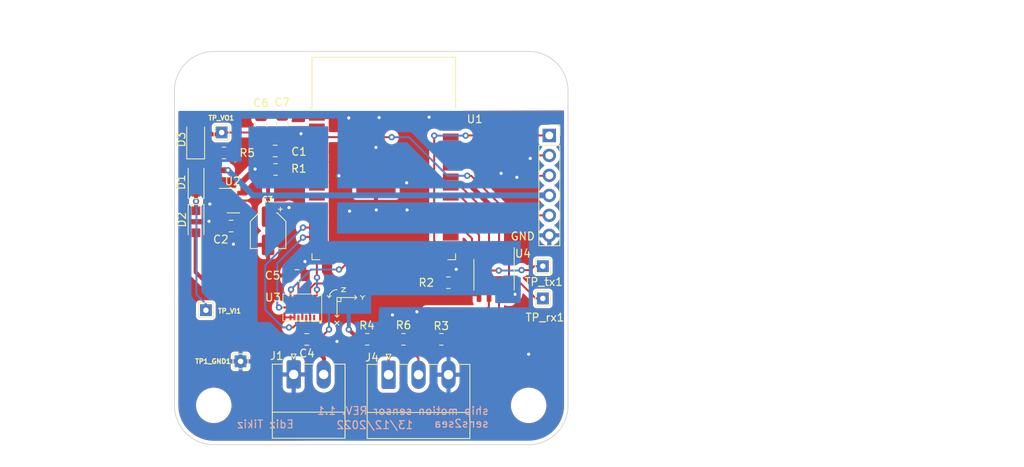
<source format=kicad_pcb>
(kicad_pcb (version 20211014) (generator pcbnew)
  (title_block (date "2022-12-10"))
  (layers (0 "F.Cu" signal) (31 "B.Cu" signal) (34 "B.Paste" user) (35 "F.Paste" user) (36 "B.SilkS" user "B.Silkscreen") (37 "F.SilkS" user "F.Silkscreen") (38 "B.Mask" user) (39 "F.Mask" user) (44 "Edge.Cuts" user))
  (net 0 "")
  (net 1 "/En_ESP")
  (net 2 "GND")
  (net 3 "Net-(C2-Pad1)")
  (net 4 "+3V3")
  (net 5 "/+5Vext")
  (net 6 "Net-(D3-Pad1)")
  (net 7 "/Boot")
  (net 8 "/Tx_ESP")
  (net 9 "/Rx_ESP")
  (net 16 "/IMU_SCK")
  (net 17 "/IMU_MOSI")
  (net 24 "/CS_GYR")
  (net 27 "/Rx_RS485")
  (net 28 "/Tx_RS485")
  (net 29 "/CS_ACC")
  (net 30 "/RE")
  (net 31 "/DE")
  (net 40 "Net-(J4-Pad1)")
  (net 41 "Net-(J4-Pad2)")
  (net 43 "/IMU_MISO")
  (net 44 "Net-(D1-Pad1)")
  (net 45 "Net-(D2-Pad2)")
  (footprint "Diode_SMD:D_SOD-123F" (layer "F.Cu") (at 102.75 66.5 90)
    (fp_text reference "D1" (at -0.127 -1.905 90) (layer "F.SilkS"))
    (fp_text value "PMEG6010CEH-QX")
    (pad "1" smd rect (at -1.4 0 90) (size 1.1 1.1) (layers "F.Cu" "F.Paste" "F.Mask") (net 44 "Net-(D1-Pad1)"))
    (pad "2" smd rect (at 1.4 0 90) (size 1.1 1.1) (layers "F.Cu" "F.Paste" "F.Mask") (net 5 "/+5Vext"))
  )
  (footprint "Capacitor_SMD:C_0805_2012Metric_Pad1.18x1.45mm_HandSolder" (layer "F.Cu") (at 112.8 62.65 180)
    (fp_text reference "C1" (at -3.024 -0.088 180) (layer "F.SilkS"))
    (fp_text value "100n")
    (pad "1" smd roundrect (at -1.0375 0 180) (size 1.175 1.45) (layers "F.Cu" "F.Paste" "F.Mask") (roundrect_rratio 0.212766) (net 1 "/En_ESP"))
    (pad "2" smd roundrect (at 1.0375 0 180) (size 1.175 1.45) (layers "F.Cu" "F.Paste" "F.Mask") (roundrect_rratio 0.212766) (net 2 "GND"))
  )
  (footprint "RF_Module:ESP32-WROOM-32" (layer "F.Cu") (at 126.6 66.6)
    (fp_text reference "U1" (at 11.55 -8 180) (layer "F.SilkS"))
    (fp_text value "ESP32-WROOM-32D")
    (pad "1" smd rect (at -8.5 -8.255) (size 2 0.9) (layers "F.Cu" "F.Paste" "F.Mask") (net 2 "GND"))
    (pad "2" smd rect (at -8.5 -6.985) (size 2 0.9) (layers "F.Cu" "F.Paste" "F.Mask") (net 4 "+3V3"))
    (pad "3" smd rect (at -8.5 -5.715) (size 2 0.9) (layers "F.Cu" "F.Paste" "F.Mask") (net 1 "/En_ESP"))
    (pad "4" smd rect (at -8.5 -4.445) (size 2 0.9) (layers "F.Cu" "F.Paste" "F.Mask"))
    (pad "5" smd rect (at -8.5 -3.175) (size 2 0.9) (layers "F.Cu" "F.Paste" "F.Mask"))
    (pad "6" smd rect (at -8.5 -1.905) (size 2 0.9) (layers "F.Cu" "F.Paste" "F.Mask"))
    (pad "7" smd rect (at -8.5 -0.635) (size 2 0.9) (layers "F.Cu" "F.Paste" "F.Mask"))
    (pad "8" smd rect (at -8.5 0.635) (size 2 0.9) (layers "F.Cu" "F.Paste" "F.Mask"))
    (pad "9" smd rect (at -8.5 1.905) (size 2 0.9) (layers "F.Cu" "F.Paste" "F.Mask"))
    (pad "10" smd rect (at -8.5 3.175) (size 2 0.9) (layers "F.Cu" "F.Paste" "F.Mask"))
    (pad "11" smd rect (at -8.5 4.445) (size 2 0.9) (layers "F.Cu" "F.Paste" "F.Mask"))
    (pad "12" smd rect (at -8.5 5.715) (size 2 0.9) (layers "F.Cu" "F.Paste" "F.Mask") (net 24 "/CS_GYR"))
    (pad "13" smd rect (at -8.5 6.985) (size 2 0.9) (layers "F.Cu" "F.Paste" "F.Mask") (net 16 "/IMU_SCK"))
    (pad "14" smd rect (at -8.5 8.255) (size 2 0.9) (layers "F.Cu" "F.Paste" "F.Mask") (net 43 "/IMU_MISO"))
    (pad "15" smd rect (at -5.715 9.255 90) (size 2 0.9) (layers "F.Cu" "F.Paste" "F.Mask") (net 2 "GND"))
    (pad "16" smd rect (at -4.445 9.255 90) (size 2 0.9) (layers "F.Cu" "F.Paste" "F.Mask") (net 17 "/IMU_MOSI"))
    (pad "17" smd rect (at -3.175 9.255 90) (size 2 0.9) (layers "F.Cu" "F.Paste" "F.Mask"))
    (pad "18" smd rect (at -1.905 9.255 90) (size 2 0.9) (layers "F.Cu" "F.Paste" "F.Mask"))
    (pad "19" smd rect (at -0.635 9.255 90) (size 2 0.9) (layers "F.Cu" "F.Paste" "F.Mask"))
    (pad "20" smd rect (at 0.635 9.255 90) (size 2 0.9) (layers "F.Cu" "F.Paste" "F.Mask"))
    (pad "21" smd rect (at 1.905 9.255 90) (size 2 0.9) (layers "F.Cu" "F.Paste" "F.Mask"))
    (pad "22" smd rect (at 3.175 9.255 90) (size 2 0.9) (layers "F.Cu" "F.Paste" "F.Mask"))
    (pad "23" smd rect (at 4.445 9.255 90) (size 2 0.9) (layers "F.Cu" "F.Paste" "F.Mask") (net 29 "/CS_ACC"))
    (pad "24" smd rect (at 5.715 9.255 90) (size 2 0.9) (layers "F.Cu" "F.Paste" "F.Mask"))
    (pad "25" smd rect (at 8.5 8.255) (size 2 0.9) (layers "F.Cu" "F.Paste" "F.Mask") (net 7 "/Boot"))
    (pad "26" smd rect (at 8.5 6.985) (size 2 0.9) (layers "F.Cu" "F.Paste" "F.Mask"))
    (pad "27" smd rect (at 8.5 5.715) (size 2 0.9) (layers "F.Cu" "F.Paste" "F.Mask") (net 27 "/Rx_RS485"))
    (pad "28" smd rect (at 8.5 4.445) (size 2 0.9) (layers "F.Cu" "F.Paste" "F.Mask") (net 28 "/Tx_RS485"))
    (pad "29" smd rect (at 8.5 3.175) (size 2 0.9) (layers "F.Cu" "F.Paste" "F.Mask"))
    (pad "30" smd rect (at 8.5 1.905) (size 2 0.9) (layers "F.Cu" "F.Paste" "F.Mask") (net 31 "/DE"))
    (pad "31" smd rect (at 8.5 0.635) (size 2 0.9) (layers "F.Cu" "F.Paste" "F.Mask") (net 30 "/RE"))
    (pad "32" smd rect (at 8.5 -0.635) (size 2 0.9) (layers "F.Cu" "F.Paste" "F.Mask"))
    (pad "33" smd rect (at 8.5 -1.905) (size 2 0.9) (layers "F.Cu" "F.Paste" "F.Mask"))
    (pad "34" smd rect (at 8.5 -3.175) (size 2 0.9) (layers "F.Cu" "F.Paste" "F.Mask") (net 9 "/Rx_ESP"))
    (pad "35" smd rect (at 8.5 -4.445) (size 2 0.9) (layers "F.Cu" "F.Paste" "F.Mask") (net 8 "/Tx_ESP"))
    (pad "36" smd rect (at 8.5 -5.715) (size 2 0.9) (layers "F.Cu" "F.Paste" "F.Mask"))
    (pad "37" smd rect (at 8.5 -6.985) (size 2 0.9) (layers "F.Cu" "F.Paste" "F.Mask"))
    (pad "38" smd rect (at 8.5 -8.255) (size 2 0.9) (layers "F.Cu" "F.Paste" "F.Mask") (net 2 "GND"))
    (pad "39" smd rect (at -1 -0.755) (size 5 5) (layers "F.Cu" "F.Paste" "F.Mask") (net 2 "GND"))
  )
  (footprint "MountingHole:MountingHole_3.5mm" (layer "F.Cu") (at 145 95)
    (fp_text reference "H1")
    (fp_text value "3.5mm")
    (pad "" np_thru_hole circle locked (at 0 0) (size 3.5 3.5) (drill 3.5) (layers *.Cu *.Mask))
  )
  (footprint "Capacitor_SMD:C_0805_2012Metric_Pad1.18x1.45mm_HandSolder" (layer "F.Cu") (at 115.57 78.486 180)
    (fp_text reference "C5" (at 3.1 0 180) (layer "F.SilkS"))
    (fp_text value "100n")
    (pad "1" smd roundrect (at -1.0375 0 180) (size 1.175 1.45) (layers "F.Cu" "F.Paste" "F.Mask") (roundrect_rratio 0.212766) (net 4 "+3V3"))
    (pad "2" smd roundrect (at 1.0375 0 180) (size 1.175 1.45) (layers "F.Cu" "F.Paste" "F.Mask") (roundrect_rratio 0.212766) (net 2 "GND"))
  )
  (footprint "Connector_Phoenix_MC:PhoenixContact_MC_1,5_3-G-3.81_1x03_P3.81mm_Horizontal" (layer "F.Cu") (at 127.2 91.1)
    (fp_text reference "J4" (at -2.1 -2.2) (layer "F.SilkS"))
    (fp_text value "Conn_01x03_Female")
    (pad "1" thru_hole roundrect (at 0 0) (size 1.8 3.6) (drill 1.2) (layers *.Cu *.Mask) (roundrect_rratio 0.138889) (net 40 "Net-(J4-Pad1)"))
    (pad "2" thru_hole oval (at 3.81 0) (size 1.8 3.6) (drill 1.2) (layers *.Cu *.Mask) (net 41 "Net-(J4-Pad2)"))
    (pad "3" thru_hole oval (at 7.62 0) (size 1.8 3.6) (drill 1.2) (layers *.Cu *.Mask) (net 2 "GND"))
  )
  (footprint "Diode_SMD:D_SOD-123F" (layer "F.Cu") (at 102.75 71.65 -90)
    (fp_text reference "D2" (at -0.25 1.8 90) (layer "F.SilkS"))
    (fp_text value "PMEG6010CEH-QX")
    (pad "1" smd rect (at -1.4 0 270) (size 1.1 1.1) (layers "F.Cu" "F.Paste" "F.Mask") (net 44 "Net-(D1-Pad1)"))
    (pad "2" smd rect (at 1.4 0 270) (size 1.1 1.1) (layers "F.Cu" "F.Paste" "F.Mask") (net 45 "Net-(D2-Pad2)"))
  )
  (footprint "TestPoint:TestPoint_THTPad_1.5x1.5mm_Drill0.7mm" (layer "F.Cu") (at 108.4 89.4 90)
    (fp_text reference "TP1_GND1" (at 0 -3.5) (layer "F.SilkS") (effects (font (size 0.6 0.6))))
    (fp_text value "TestPoint")
    (pad "1" thru_hole rect (at 0 0 90) (size 1.5 1.5) (drill 0.7) (layers *.Cu *.Mask) (net 2 "GND"))
  )
  (footprint "Capacitor_SMD:C_0805_2012Metric_Pad1.18x1.45mm_HandSolder" (layer "F.Cu") (at 116.8185 86.614 180)
    (fp_text reference "C4" (at -0.0215 -1.778) (layer "F.SilkS"))
    (fp_text value "100n")
    (pad "1" smd roundrect (at -1.0375 0 180) (size 1.175 1.45) (layers "F.Cu" "F.Paste" "F.Mask") (roundrect_rratio 0.212766) (net 4 "+3V3"))
    (pad "2" smd roundrect (at 1.0375 0 180) (size 1.175 1.45) (layers "F.Cu" "F.Paste" "F.Mask") (roundrect_rratio 0.212766) (net 2 "GND"))
  )
  (footprint "Resistor_SMD:R_0805_2012Metric_Pad1.20x1.40mm_HandSolder" (layer "F.Cu") (at 106.3 62.9 180)
    (fp_text reference "R5" (at -2.95 0) (layer "F.SilkS"))
    (fp_text value "820")
    (pad "1" smd roundrect (at -1 0 180) (size 1.2 1.4) (layers "F.Cu" "F.Paste" "F.Mask") (roundrect_rratio 0.208333) (net 2 "GND"))
    (pad "2" smd roundrect (at 1 0 180) (size 1.2 1.4) (layers "F.Cu" "F.Paste" "F.Mask") (roundrect_rratio 0.208333) (net 6 "Net-(D3-Pad1)"))
  )
  (footprint "Package_TO_SOT_SMD:SOT-23-5" (layer "F.Cu") (at 107.5 68.9625)
    (fp_text reference "U2" (at -0.1 -2.4625) (layer "F.SilkS"))
    (fp_text value "SPX3819M5-L-3-3")
    (pad "1" smd roundrect (at -1.1375 -0.95) (size 1.325 0.6) (layers "F.Cu" "F.Paste" "F.Mask") (net 44 "Net-(D1-Pad1)"))
    (pad "2" smd roundrect (at -1.1375 0) (size 1.325 0.6) (layers "F.Cu" "F.Paste" "F.Mask") (net 2 "GND"))
    (pad "3" smd roundrect (at -1.1375 0.95) (size 1.325 0.6) (layers "F.Cu" "F.Paste" "F.Mask") (net 44 "Net-(D1-Pad1)"))
    (pad "4" smd roundrect (at 1.1375 0.95) (size 1.325 0.6) (layers "F.Cu" "F.Paste" "F.Mask") (net 3 "Net-(C2-Pad1)"))
    (pad "5" smd roundrect (at 1.1375 -0.95) (size 1.325 0.6) (layers "F.Cu" "F.Paste" "F.Mask") (net 4 "+3V3"))
  )
  (footprint "TestPoint:TestPoint_THTPad_1.5x1.5mm_Drill0.7mm" (layer "F.Cu") (at 146.8 77.3 90)
    (fp_text reference "TP_tx1" (at -2 0.1) (layer "F.SilkS"))
    (fp_text value "TestPoint")
    (pad "1" thru_hole rect (at 0 0 90) (size 1.5 1.5) (drill 0.7) (layers *.Cu *.Mask) (net 28 "/Tx_RS485"))
  )
  (footprint "Library_Ediz:LGA_16_cw" (layer "F.Cu") (at 116.25 82.55 180)
    (fp_text reference "U3" (at 3.728 1.27 unlocked) (layer "F.SilkS"))
    (fp_text value "BMI088")
    (pad "1" smd rect (at -1.5 -1.2625 180) (size 0.25 0.675) (layers "F.Cu" "F.Paste" "F.Mask"))
    (pad "2" smd rect (at -1 -1.2625 180) (size 0.25 0.675) (layers "F.Cu" "F.Paste" "F.Mask") (net 2 "GND"))
    (pad "3" smd rect (at -0.5 -1.2625 180) (size 0.25 0.675) (layers "F.Cu" "F.Paste" "F.Mask") (net 4 "+3V3"))
    (pad "4" smd rect (at 0 -1.2625 180) (size 0.25 0.675) (layers "F.Cu" "F.Paste" "F.Mask") (net 2 "GND"))
    (pad "5" smd rect (at 0.5 -1.2625 180) (size 0.25 0.675) (layers "F.Cu" "F.Paste" "F.Mask") (net 24 "/CS_GYR"))
    (pad "6" smd rect (at 1 -1.2625 180) (size 0.25 0.675) (layers "F.Cu" "F.Paste" "F.Mask") (net 2 "GND"))
    (pad "7" smd rect (at 1.5 -1.2625 180) (size 0.25 0.675) (layers "F.Cu" "F.Paste" "F.Mask") (net 2 "GND"))
    (pad "8" smd rect (at 2.0125 0 270) (size 0.25 0.675) (layers "F.Cu" "F.Paste" "F.Mask") (net 16 "/IMU_SCK"))
    (pad "9" smd rect (at 1.5 1.2625 180) (size 0.25 0.675) (layers "F.Cu" "F.Paste" "F.Mask") (net 17 "/IMU_MOSI"))
    (pad "10" smd rect (at 1 1.2625 180) (size 0.25 0.675) (layers "F.Cu" "F.Paste" "F.Mask") (net 43 "/IMU_MISO"))
    (pad "11" smd rect (at 0.5 1.2625 180) (size 0.25 0.675) (layers "F.Cu" "F.Paste" "F.Mask") (net 4 "+3V3"))
    (pad "12" smd rect (at 0 1.2625 180) (size 0.25 0.675) (layers "F.Cu" "F.Paste" "F.Mask"))
    (pad "13" smd rect (at -0.5 1.2625 180) (size 0.25 0.675) (layers "F.Cu" "F.Paste" "F.Mask"))
    (pad "14" smd rect (at -1 1.2625 180) (size 0.25 0.675) (layers "F.Cu" "F.Paste" "F.Mask") (net 29 "/CS_ACC"))
    (pad "15" smd rect (at -1.5 1.2625 180) (size 0.25 0.675) (layers "F.Cu" "F.Paste" "F.Mask") (net 43 "/IMU_MISO"))
    (pad "16" smd rect (at -2.0125 0 90) (size 0.25 0.675) (layers "F.Cu" "F.Paste" "F.Mask"))
  )
  (footprint "TestPoint:TestPoint_THTPad_1.5x1.5mm_Drill0.7mm" (layer "F.Cu") (at 146.8 81.4 90)
    (fp_text reference "TP_rx1" (at -2.42 0.266 180) (layer "F.SilkS"))
    (fp_text value "TestPoint")
    (pad "1" thru_hole rect (at 0 0 90) (size 1.5 1.5) (drill 0.7) (layers *.Cu *.Mask) (net 27 "/Rx_RS485"))
  )
  (footprint "Resistor_SMD:R_0805_2012Metric_Pad1.20x1.40mm_HandSolder" (layer "F.Cu") (at 129.1 86.6 180)
    (fp_text reference "R6" (at 0 1.8) (layer "F.SilkS"))
    (fp_text value "130")
    (pad "1" smd roundrect (at -1 0 180) (size 1.2 1.4) (layers "F.Cu" "F.Paste" "F.Mask") (roundrect_rratio 0.208333) (net 41 "Net-(J4-Pad2)"))
    (pad "2" smd roundrect (at 1 0 180) (size 1.2 1.4) (layers "F.Cu" "F.Paste" "F.Mask") (roundrect_rratio 0.208333) (net 40 "Net-(J4-Pad1)"))
  )
  (footprint "TestPoint:TestPoint_THTPad_1.5x1.5mm_Drill0.7mm" (layer "F.Cu") (at 106 60.3)
    (fp_text reference "TP_VO1" (at -0.05 -1.85) (layer "F.SilkS") (effects (font (size 0.6 0.6))))
    (fp_text value "TestPoint")
    (pad "1" thru_hole rect (at 0 0) (size 1.5 1.5) (drill 0.7) (layers *.Cu *.Mask) (net 4 "+3V3"))
  )
  (footprint "MountingHole:MountingHole_3.5mm" (layer "F.Cu") (at 105 95)
    (fp_text reference "H2")
    (fp_text value "3.5mm")
    (pad "" np_thru_hole circle locked (at 0 0) (size 3.5 3.5) (drill 3.5) (layers *.Cu *.Mask))
  )
  (footprint "Resistor_SMD:R_0805_2012Metric_Pad1.20x1.40mm_HandSolder" (layer "F.Cu") (at 133.9 86.6 180)
    (fp_text reference "R3" (at 0 1.7) (layer "F.SilkS"))
    (fp_text value "720")
    (pad "1" smd roundrect (at -1 0 180) (size 1.2 1.4) (layers "F.Cu" "F.Paste" "F.Mask") (roundrect_rratio 0.208333) (net 2 "GND"))
    (pad "2" smd roundrect (at 1 0 180) (size 1.2 1.4) (layers "F.Cu" "F.Paste" "F.Mask") (roundrect_rratio 0.208333) (net 41 "Net-(J4-Pad2)"))
  )
  (footprint "TestPoint:TestPoint_THTPad_1.5x1.5mm_Drill0.7mm" (layer "F.Cu") (at 104 82.9 90)
    (fp_text reference "TP_VI1" (at -0.1 3) (layer "F.SilkS") (effects (font (size 0.6 0.6))))
    (fp_text value "TestPoint")
    (pad "1" thru_hole rect (at 0 0 90) (size 1.5 1.5) (drill 0.7) (layers *.Cu *.Mask) (net 44 "Net-(D1-Pad1)"))
  )
  (footprint "Capacitor_SMD:CP_Elec_4x3.9" (layer "F.Cu") (at 111.9 72.8 -90)
    (fp_text reference "C3" (at -4 0.05 180) (layer "F.SilkS") (effects (font (size 0.7 0.7))))
    (fp_text value "2.2u")
    (pad "1" smd roundrect (at -1.8 0 270) (size 2.6 1.6) (layers "F.Cu" "F.Paste" "F.Mask") (roundrect_rratio 0.15625) (net 4 "+3V3"))
    (pad "2" smd roundrect (at 1.8 0 270) (size 2.6 1.6) (layers "F.Cu" "F.Paste" "F.Mask") (roundrect_rratio 0.15625) (net 2 "GND"))
  )
  (footprint "Resistor_SMD:R_0805_2012Metric_Pad1.20x1.40mm_HandSolder" (layer "F.Cu") (at 134.8 79.4)
    (fp_text reference "R2" (at -2.8 0 180) (layer "F.SilkS"))
    (fp_text value "10k")
    (pad "1" smd roundrect (at -1 0) (size 1.2 1.4) (layers "F.Cu" "F.Paste" "F.Mask") (roundrect_rratio 0.208333) (net 7 "/Boot"))
    (pad "2" smd roundrect (at 1 0) (size 1.2 1.4) (layers "F.Cu" "F.Paste" "F.Mask") (roundrect_rratio 0.208333) (net 4 "+3V3"))
  )
  (footprint "Resistor_SMD:R_0805_2012Metric_Pad1.20x1.40mm_HandSolder" (layer "F.Cu") (at 112.85 65 180)
    (fp_text reference "R1" (at -2.95 0.1) (layer "F.SilkS"))
    (fp_text value "10k")
    (pad "1" smd roundrect (at -1 0 180) (size 1.2 1.4) (layers "F.Cu" "F.Paste" "F.Mask") (roundrect_rratio 0.208333) (net 1 "/En_ESP"))
    (pad "2" smd roundrect (at 1 0 180) (size 1.2 1.4) (layers "F.Cu" "F.Paste" "F.Mask") (roundrect_rratio 0.208333) (net 4 "+3V3"))
  )
  (footprint "Capacitor_SMD:C_0805_2012Metric_Pad1.18x1.45mm_HandSolder" (layer "F.Cu") (at 113.7 59.25 90)
    (fp_text reference "C7" (at 2.8 0 180) (layer "F.SilkS"))
    (fp_text value "10u")
    (pad "1" smd roundrect (at -1.0375 0 90) (size 1.175 1.45) (layers "F.Cu" "F.Paste" "F.Mask") (roundrect_rratio 0.212766) (net 4 "+3V3"))
    (pad "2" smd roundrect (at 1.0375 0 90) (size 1.175 1.45) (layers "F.Cu" "F.Paste" "F.Mask") (roundrect_rratio 0.212766) (net 2 "GND"))
  )
  (footprint "MountingHole:MountingHole_3.5mm" (layer "F.Cu") (at 145 55)
    (fp_text reference "H3")
    (fp_text value "3.5mm")
    (pad "" np_thru_hole circle locked (at 0 0) (size 3.5 3.5) (drill 3.5) (layers *.Cu *.Mask))
  )
  (footprint "Resistor_SMD:R_0805_2012Metric_Pad1.20x1.40mm_HandSolder" (layer "F.Cu") (at 124.5 86.6 180)
    (fp_text reference "R4" (at 0.04 1.764) (layer "F.SilkS"))
    (fp_text value "720")
    (pad "1" smd roundrect (at -1 0 180) (size 1.2 1.4) (layers "F.Cu" "F.Paste" "F.Mask") (roundrect_rratio 0.208333) (net 40 "Net-(J4-Pad1)"))
    (pad "2" smd roundrect (at 1 0 180) (size 1.2 1.4) (layers "F.Cu" "F.Paste" "F.Mask") (roundrect_rratio 0.208333) (net 4 "+3V3"))
  )
  (footprint "Connector_PinSocket_2.54mm:PinSocket_1x06_P2.54mm_Vertical" (layer "F.Cu") (at 147.625 60.675)
    (fp_text reference "J3")
    (fp_text value "Conn_01x06_Female")
    (pad "1" thru_hole rect (at 0 0) (size 1.7 1.7) (drill 1) (layers *.Cu *.Mask) (net 7 "/Boot"))
    (pad "2" thru_hole oval (at 0 2.54) (size 1.7 1.7) (drill 1) (layers *.Cu *.Mask) (net 8 "/Tx_ESP"))
    (pad "3" thru_hole oval (at 0 5.08) (size 1.7 1.7) (drill 1) (layers *.Cu *.Mask) (net 9 "/Rx_ESP"))
    (pad "4" thru_hole oval (at 0 7.62) (size 1.7 1.7) (drill 1) (layers *.Cu *.Mask) (net 5 "/+5Vext"))
    (pad "5" thru_hole oval (at 0 10.16) (size 1.7 1.7) (drill 1) (layers *.Cu *.Mask) (net 1 "/En_ESP"))
    (pad "6" thru_hole oval (at 0 12.7) (size 1.7 1.7) (drill 1) (layers *.Cu *.Mask) (net 2 "GND"))
  )
  (footprint "Connector_Phoenix_MC:PhoenixContact_MC_1,5_2-G-3.81_1x02_P3.81mm_Horizontal" (layer "F.Cu") (at 115.15 91.0675)
    (fp_text reference "J1" (at -2.15 -2.3675) (layer "F.SilkS"))
    (fp_text value "Conn_01x02_Female")
    (pad "1" thru_hole roundrect (at 0 0) (size 1.8 3.6) (drill 1.2) (layers *.Cu *.Mask) (roundrect_rratio 0.138889) (net 2 "GND"))
    (pad "2" thru_hole oval (at 3.81 0) (size 1.8 3.6) (drill 1.2) (layers *.Cu *.Mask) (net 45 "Net-(D2-Pad2)"))
  )
  (footprint "Capacitor_SMD:C_0805_2012Metric_Pad1.18x1.45mm_HandSolder" (layer "F.Cu") (at 111 59.3 -90)
    (fp_text reference "C6" (at -2.75 0) (layer "F.SilkS"))
    (fp_text value "100n")
    (pad "1" smd roundrect (at -1.0375 0 270) (size 1.175 1.45) (layers "F.Cu" "F.Paste" "F.Mask") (roundrect_rratio 0.212766) (net 2 "GND"))
    (pad "2" smd roundrect (at 1.0375 0 270) (size 1.175 1.45) (layers "F.Cu" "F.Paste" "F.Mask") (roundrect_rratio 0.212766) (net 4 "+3V3"))
  )
  (footprint "MountingHole:MountingHole_3.5mm" (layer "F.Cu") (at 105 55)
    (fp_text reference "H4")
    (fp_text value "3.5mm")
    (pad "" np_thru_hole circle (at 0 0) (size 3.5 3.5) (drill 3.5) (layers *.Cu *.Mask))
  )
  (footprint "LED_SMD:LED_1206_3216Metric_Pad1.42x1.75mm_HandSolder" (layer "F.Cu") (at 102.7 61.2 90)
    (fp_text reference "D3" (at 0 -1.82 90) (layer "F.SilkS"))
    (fp_text value "RED")
    (pad "1" smd roundrect (at -1.4875 0 90) (size 1.425 1.75) (layers "F.Cu" "F.Paste" "F.Mask") (roundrect_rratio 0.175439) (net 6 "Net-(D3-Pad1)"))
    (pad "2" smd roundrect (at 1.4875 0 90) (size 1.425 1.75) (layers "F.Cu" "F.Paste" "F.Mask") (roundrect_rratio 0.175439) (net 4 "+3V3"))
  )
  (footprint "Package_SO:SOIC-8_3.9x4.9mm_P1.27mm" (layer "F.Cu") (at 140.6 78.4 -90)
    (fp_text reference "U4" (at -2.708 -3.672) (layer "F.SilkS"))
    (fp_text value "MAX3485")
    (pad "1" smd roundrect (at -2.475 -1.905 270) (size 1.95 0.6) (layers "F.Cu" "F.Paste" "F.Mask") (net 27 "/Rx_RS485"))
    (pad "2" smd roundrect (at -2.475 -0.635 270) (size 1.95 0.6) (layers "F.Cu" "F.Paste" "F.Mask") (net 30 "/RE"))
    (pad "3" smd roundrect (at -2.475 0.635 270) (size 1.95 0.6) (layers "F.Cu" "F.Paste" "F.Mask") (net 31 "/DE"))
    (pad "4" smd roundrect (at -2.475 1.905 270) (size 1.95 0.6) (layers "F.Cu" "F.Paste" "F.Mask") (net 28 "/Tx_RS485"))
    (pad "5" smd roundrect (at 2.475 1.905 270) (size 1.95 0.6) (layers "F.Cu" "F.Paste" "F.Mask") (net 2 "GND"))
    (pad "6" smd roundrect (at 2.475 0.635 270) (size 1.95 0.6) (layers "F.Cu" "F.Paste" "F.Mask") (net 40 "Net-(J4-Pad1)"))
    (pad "7" smd roundrect (at 2.475 -0.635 270) (size 1.95 0.6) (layers "F.Cu" "F.Paste" "F.Mask") (net 41 "Net-(J4-Pad2)"))
    (pad "8" smd roundrect (at 2.475 -1.905 270) (size 1.95 0.6) (layers "F.Cu" "F.Paste" "F.Mask") (net 4 "+3V3"))
  )
  (footprint "Capacitor_SMD:C_0805_2012Metric_Pad1.18x1.45mm_HandSolder" (layer "F.Cu") (at 107.2 72.2 180)
    (fp_text reference "C2" (at 1.3 -1.7 180) (layer "F.SilkS"))
    (fp_text value "10n")
    (pad "1" smd roundrect (at -1.0375 0 180) (size 1.175 1.45) (layers "F.Cu" "F.Paste" "F.Mask") (roundrect_rratio 0.212766) (net 3 "Net-(C2-Pad1)"))
    (pad "2" smd roundrect (at 1.0375 0 180) (size 1.175 1.45) (layers "F.Cu" "F.Paste" "F.Mask") (roundrect_rratio 0.212766) (net 2 "GND"))
  )
  (gr_line (start 120.654 83.788) (end 120.904 83.538) (layer "F.SilkS") (width 0.12))
  (gr_line (start 120.404 84.288) (end 120.904 84.788) (layer "F.SilkS") (width 0.12))
  (gr_line (start 123.904 81.288) (end 123.904 81.538) (layer "F.SilkS") (width 0.12))
  (gr_line (start 119.654 81.288) (end 119.404 81.038) (layer "F.SilkS") (width 0.12))
  (gr_line (start 123.154 81.288) (end 122.904 81.538) (layer "F.SilkS") (width 0.12))
  (gr_line (start 120.654 81.788) (end 121.154 81.788) (layer "F.SilkS") (width 0.12))
  (gr_line (start 120.654 81.288) (end 120.654 83.788) (layer "F.SilkS") (width 0.12))
  (gr_line (start 123.904 81.288) (end 124.154 81.038) (layer "F.SilkS") (width 0.12))
  (gr_line (start 121.229 80.538) (end 121.729 80.538) (layer "F.SilkS") (width 0.12))
  (gr_arc (start 119.654 81.288) (mid 119.946893 80.580893) (end 120.654 80.288) (layer "F.SilkS") (width 0.12))
  (gr_line (start 120.654 83.788) (end 120.404 83.538) (layer "F.SilkS") (width 0.12))
  (gr_line (start 123.154 81.288) (end 122.904 81.038) (layer "F.SilkS") (width 0.12))
  (gr_line (start 123.654 81.038) (end 123.904 81.288) (layer "F.SilkS") (width 0.12))
  (gr_line (start 121.154 81.788) (end 121.154 81.288) (layer "F.SilkS") (width 0.12))
  (gr_line (start 120.654 81.288) (end 123.154 81.288) (layer "F.SilkS") (width 0.12))
  (gr_line (start 121.729 80.038) (end 121.229 80.538) (layer "F.SilkS") (width 0.12))
  (gr_line (start 121.229 80.038) (end 121.729 80.038) (layer "F.SilkS") (width 0.12))
  (gr_line (start 119.654 81.288) (end 119.904 81.038) (layer "F.SilkS") (width 0.12))
  (gr_line (start 120.404 84.788) (end 120.904 84.288) (layer "F.SilkS") (width 0.12))
  (gr_line locked (start 145 50) (end 105 50) (layer "Edge.Cuts") (width 0.1))
  (gr_line locked (start 100 95) (end 100 55) (layer "Edge.Cuts") (width 0.1))
  (gr_arc locked (start 100 55) (mid 101.464466 51.464466) (end 105 50) (layer "Edge.Cuts") (width 0.1))
  (gr_arc locked (start 145 50) (mid 148.535534 51.464466) (end 150 55) (layer "Edge.Cuts") (width 0.1))
  (gr_line locked (start 150 95) (end 150 55) (layer "Edge.Cuts") (width 0.1))
  (gr_line locked (start 105 100) (end 145 100) (layer "Edge.Cuts") (width 0.1))
  (gr_arc locked (start 105 100) (mid 101.464466 98.535534) (end 100 95) (layer "Edge.Cuts") (width 0.1))
  (gr_arc locked (start 150 95) (mid 148.535534 98.535534) (end 145 100) (layer "Edge.Cuts") (width 0.1))
  (gr_text "Ediz Tikiz" (at 111.55 97.4) (layer "B.SilkS") (effects (font (size 1 1)) (justify mirror)))
  (gr_text "ship motion sensor REV. 1.1\nsens2sea\n" (at 140 96.5) (layer "B.SilkS") (effects (font (size 1 1)) (justify left mirror)))
  (gr_text "13/12/2022" (at 125.45 97.5) (layer "B.SilkS") (effects (font (size 1 1)) (justify mirror)))
  (gr_text "GND" (at 144.25 73.5) (layer "F.SilkS") (effects (font (size 1 1))))
  (segment (start 127.6 60.9) (end 126.5 60.9) (width 0.25) (layer "F.Cu") (net 1))
  (segment (start 113.85 62.6625) (end 113.8375 62.65) (width 0.25) (layer "F.Cu") (net 1))
  (segment (start 113.8375 62.65) (end 115.15 62.65) (width 0.25) (layer "F.Cu") (net 1))
  (segment (start 115.15 62.65) (end 116.915 60.885) (width 0.25) (layer "F.Cu") (net 1))
  (segment (start 137.7 65.8) (end 142.735 70.835) (width 0.25) (layer "F.Cu") (net 1))
  (segment (start 126.485 60.885) (end 118.1 60.885) (width 0.25) (layer "F.Cu") (net 1))
  (segment (start 126.5 60.9) (end 126.485 60.885) (width 0.25) (layer "F.Cu") (net 1))
  (segment (start 113.85 65) (end 113.85 62.6625) (width 0.25) (layer "F.Cu") (net 1))
  (segment (start 116.915 60.885) (end 118.1 60.885) (width 0.25) (layer "F.Cu") (net 1))
  (segment (start 137.2 65.8) (end 137.7 65.8) (width 0.25) (layer "F.Cu") (net 1))
  (segment (start 142.735 70.835) (end 147.625 70.835) (width 0.25) (layer "F.Cu") (net 1))
  (via (at 127.6 60.9) (size 0.8) (drill 0.4) (layers "F.Cu" "B.Cu") (net 1))
  (via (at 137.2 65.8) (size 0.8) (drill 0.4) (layers "F.Cu" "B.Cu") (net 1))
  (segment (start 134.7 65.8) (end 137.2 65.8) (width 0.25) (layer "B.Cu") (net 1))
  (segment (start 129.8 60.9) (end 134.7 65.8) (width 0.25) (layer "B.Cu") (net 1))
  (segment (start 127.6 60.9) (end 129.8 60.9) (width 0.25) (layer "B.Cu") (net 1))
  (segment (start 114.75 83.8125) (end 115.25 83.8125) (width 0.25) (layer "F.Cu") (net 2))
  (segment (start 117.575978 84.75) (end 118.35 84.75) (width 0.25) (layer "F.Cu") (net 2))
  (segment (start 116.25 82.976) (end 116.25 83.8125) (width 0.25) (layer "F.Cu") (net 2))
  (segment (start 111.1 58.3) (end 113.6125 58.3) (width 0.5) (layer "F.Cu") (net 2))
  (segment (start 117.25 84.424022) (end 117.575978 84.75) (width 0.25) (layer "F.Cu") (net 2))
  (segment (start 114.75 83.8125) (end 113.2625 83.8125) (width 0.25) (layer "F.Cu") (net 2))
  (segment (start 111 58.2625) (end 111.0625 58.2625) (width 0.25) (layer "F.Cu") (net 2))
  (segment (start 113.6125 58.3) (end 113.7 58.2125) (width 0.25) (layer "F.Cu") (net 2))
  (segment (start 138.695 80.905) (end 138.695 80.875) (width 0.5) (layer "F.Cu") (net 2))
  (segment (start 116.078 82.804) (end 116.25 82.976) (width 0.25) (layer "F.Cu") (net 2))
  (segment (start 116.853022 82.804) (end 117.199511 83.150489) (width 0.25) (layer "F.Cu") (net 2))
  (segment (start 115.57 82.804) (end 116.078 82.804) (width 0.25) (layer "F.Cu") (net 2))
  (segment (start 111.0625 58.2625) (end 111.1 58.3) (width 0.25) (layer "F.Cu") (net 2))
  (segment (start 115.25 83.124) (end 115.57 82.804) (width 0.25) (layer "F.Cu") (net 2))
  (segment (start 115.25 83.8125) (end 115.25 83.124) (width 0.25) (layer "F.Cu") (net 2))
  (segment (start 117.25 83.8125) (end 117.25 84.424022) (width 0.25) (layer "F.Cu") (net 2))
  (segment (start 117.199511 83.150489) (end 117.199511 83.566) (width 0.25) (layer "F.Cu") (net 2))
  (segment (start 116.078 82.804) (end 116.853022 82.804) (width 0.25) (layer "F.Cu") (net 2))
  (via (at 125.65 70.15) (size 0.8) (drill 0.4) (layers "F.Cu" "B.Cu") (net 2))
  (via (at 104.4 71.6) (size 0.8) (drill 0.4) (layers "F.Cu" "B.Cu") (net 2))
  (via (at 122.25 70.3) (size 0.8) (drill 0.4) (layers "F.Cu" "B.Cu") (net 2))
  (via (at 126 58.4) (size 0.8) (drill 0.4) (layers "F.Cu" "B.Cu") (net 2))
  (via (at 129.5 66.7) (size 0.8) (drill 0.4) (layers "F.Cu" "B.Cu") (net 2))
  (via (at 125.6 62.2) (size 0.8) (drill 0.4) (layers "F.Cu" "B.Cu") (net 2))
  (via (at 120.9 65.8) (size 0.8) (drill 0.4) (layers "F.Cu" "B.Cu") (net 2))
  (via (at 104.5 69.4) (size 0.8) (drill 0.4) (layers "F.Cu" "B.Cu") (net 2))
  (via (at 145.2 63.6) (size 0.8) (drill 0.4) (layers "F.Cu" "B.Cu") (net 2))
  (via (at 122.15 58.45) (size 0.8) (drill 0.4) (layers "F.Cu" "B.Cu") (net 2))
  (via (at 120.65 86.868) (size 0.8) (drill 0.4) (layers "F.Cu" "B.Cu") (net 2))
  (via (at 127.7 83.5) (size 0.8) (drill 0.4) (layers "F.Cu" "B.Cu") (net 2))
  (via (at 132.35 58.35) (size 0.8) (drill 0.4) (layers "F.Cu" "B.Cu") (net 2))
  (via (at 143.5 66) (size 0.8) (drill 0.4) (layers "F.Cu" "B.Cu") (net 2))
  (via (at 107.5 74.5) (size 0.8) (drill 0.4) (layers "F.Cu" "B.Cu") (net 2))
  (via (at 129.55 70.15) (size 0.8) (drill 0.4) (layers "F.Cu" "B.Cu") (net 2))
  (via (at 141.5 65.5) (size 0.8) (drill 0.4) (layers "F.Cu" "B.Cu") (net 2))
  (via (at 145 88.5) (size 0.8) (drill 0.4) (layers "F.Cu" "B.Cu") (net 2))
  (via (at 130.8 83.1) (size 0.8) (drill 0.4) (layers "F.Cu" "B.Cu") (net 2))
  (segment (start 108.6375 69.9125) (end 108.6375 71.9625) (width 0.5) (layer "F.Cu") (net 3))
  (segment (start 108.6375 71.9625) (end 108.4 72.2) (width 0.5) (layer "F.Cu") (net 3))
  (segment (start 114.3725 59.615) (end 116.003 59.615) (width 0.25) (layer "F.Cu") (net 4))
  (segment (start 114.554 69.85) (end 113.05 69.85) (width 0.5) (layer "F.Cu") (net 4))
  (segment (start 108.6375 66.5625) (end 110.25 64.95) (width 0.75) (layer "F.Cu") (net 4))
  (segment (start 116.003 59.615) (end 116.078 59.69) (width 0.25) (layer "F.Cu") (net 4))
  (segment (start 135.8 79.4) (end 135.8 77.7) (width 0.2) (layer "F.Cu") (net 4))
  (segment (start 116.078 59.69) (end 116.078 60.452) (width 0.25) (layer "F.Cu") (net 4))
  (segment (start 116.75 85.508) (end 117.856 86.614) (width 0.25) (layer "F.Cu") (net 4))
  (segment (start 110.9625 60.3) (end 111 60.3375) (width 0.25) (layer "F.Cu") (net 4))
  (segment (start 119.634 85.344) (end 118.364 86.614) (width 0.25) (layer "F.Cu") (net 4))
  (segment (start 113.65 60.3375) (end 113.7 60.2875) (width 0.25) (layer "F.Cu") (net 4))
  (segment (start 116.003 59.615) (end 118.1 59.615) (width 0.25) (layer "F.Cu") (net 4))
  (segment (start 118.364 86.614) (end 117.856 86.614) (width 0.25) (layer "F.Cu") (net 4))
  (segment (start 116.6075 78.486) (end 116.6075 76.7295) (width 0.25) (layer "F.Cu") (net 4))
  (segment (start 115.75 79.3435) (end 116.6075 78.486) (width 0.25) (layer "F.Cu") (net 4))
  (segment (start 113.7 60.2875) (end 114.3725 59.615) (width 0.25) (layer "F.Cu") (net 4))
  (segment (start 102.2375 59.95) (end 104.2 59.95) (width 0.5) (layer "F.Cu") (net 4))
  (segment (start 111 60.3375) (end 113.65 60.3375) (width 0.25) (layer "F.Cu") (net 4))
  (segment (start 110.25 64.95) (end 111.8 64.95) (width 0.75) (layer "F.Cu") (net 4))
  (segment (start 113.05 69.85) (end 111.9 71) (width 0.5) (layer "F.Cu") (net 4))
  (segment (start 115.75 81.2875) (end 115.75 79.3435) (width 0.25) (layer "F.Cu") (net 4))
  (segment (start 116.75 83.8125) (end 116.75 85.508) (width 0.25) (layer "F.Cu") (net 4))
  (segment (start 104.2 59.95) (end 104.7875 60.5375) (width 0.5) (layer "F.Cu") (net 4))
  (segment (start 143.275 80.875) (end 142.505 80.875) (width 0.5) (layer "F.Cu") (net 4))
  (segment (start 111.9 71) (end 111.9 65.05) (width 0.5) (layer "F.Cu") (net 4))
  (segment (start 106 60.3) (end 110.9625 60.3) (width 0.25) (layer "F.Cu") (net 4))
  (segment (start 123.4 86.6) (end 122.15 85.35) (width 0.5) (layer "F.Cu") (net 4))
  (segment (start 104.7875 60.5375) (end 105.5375 60.5375) (width 0.5) (layer "F.Cu") (net 4))
  (segment (start 111.8 64.95) (end 111.85 65) (width 0.75) (layer "F.Cu") (net 4))
  (segment (start 116.6075 76.7295) (end 116.586 76.708) (width 0.25) (layer "F.Cu") (net 4))
  (segment (start 111.9 65.05) (end 111.85 65) (width 0.25) (layer "F.Cu") (net 4))
  (segment (start 123.5 86.6) (end 123.4 86.6) (width 0.25) (layer "F.Cu") (net 4))
  (segment (start 108.6375 68.0125) (end 108.6375 66.5625) (width 0.5) (layer "F.Cu") (net 4))
  (via (at 110.25 64.95) (size 0.8) (drill 0.4) (layers "F.Cu" "B.Cu") (net 4))
  (via (at 119.634 85.344) (size 0.8) (drill 0.4) (layers "F.Cu" "B.Cu") (net 4))
  (via (at 116.586 76.708) (size 0.8) (drill 0.4) (layers "F.Cu" "B.Cu") (net 4))
  (via (at 143.275 80.875) (size 0.8) (drill 0.4) (layers "F.Cu" "B.Cu") (net 4))
  (via (at 114.554 69.85) (size 0.8) (drill 0.4) (layers "F.Cu" "B.Cu") (net 4))
  (via (at 122.15 85.35) (size 0.8) (drill 0.4) (layers "F.Cu" "B.Cu") (net 4))
  (via (at 116.078 60.452) (size 0.8) (drill 0.4) (layers "F.Cu" "B.Cu") (net 4))
  (via (at 135.8 77.7) (size 0.8) (drill 0.4) (layers "F.Cu" "B.Cu") (net 4))
  (segment (start 119.634 85.344) (end 119.634 82.55) (width 0.25) (layer "B.Cu") (net 4))
  (segment (start 122.15 85.35) (end 122.15 82.35) (width 0.5) (layer "B.Cu") (net 4))
  (segment (start 106.8 65.1) (end 102.75 65.1) (width 0.75) (layer "F.Cu") (net 5))
  (via (at 106.8 65.1) (size 0.8) (drill 0.4) (layers "F.Cu" "B.Cu") (net 5))
  (segment (start 140.805 68.295) (end 140.8 68.3) (width 0.75) (layer "B.Cu") (net 5))
  (segment (start 147.625 68.295) (end 140.805 68.295) (width 0.75) (layer "B.Cu") (net 5))
  (segment (start 140.8 68.3) (end 110 68.3) (width 0.75) (layer "B.Cu") (net 5))
  (segment (start 110 68.3) (end 106.8 65.1) (width 0.75) (layer "B.Cu") (net 5))
  (segment (start 105.0875 62.6875) (end 105.3 62.9) (width 0.5) (layer "F.Cu") (net 6))
  (segment (start 102.7 62.6875) (end 105.0875 62.6875) (width 0.25) (layer "F.Cu") (net 6))
  (segment (start 133 60.7) (end 133 74.1) (width 0.25) (layer "F.Cu") (net 7))
  (segment (start 133.8 74.9) (end 133.755 74.855) (width 0.25) (layer "F.Cu") (net 7))
  (segment (start 133.755 74.855) (end 135.1 74.855) (width 0.25) (layer "F.Cu") (net 7))
  (segment (start 133 74.1) (end 133.755 74.855) (width 0.25) (layer "F.Cu") (net 7))
  (segment (start 133.8 79.4) (end 133.8 74.9) (width 0.25) (layer "F.Cu") (net 7))
  (segment (start 147.625 60.675) (end 137.025 60.675) (width 0.25) (layer "F.Cu") (net 7))
  (segment (start 137.025 60.675) (end 137 60.7) (width 0.25) (layer "F.Cu") (net 7))
  (via (at 137 60.7) (size 0.8) (drill 0.4) (layers "F.Cu" "B.Cu") (net 7))
  (via (at 133 60.7) (size 0.8) (drill 0.4) (layers "F.Cu" "B.Cu") (net 7))
  (segment (start 137 60.7) (end 133 60.7) (width 0.25) (layer "B.Cu") (net 7))
  (segment (start 145.155 62.155) (end 135.1 62.155) (width 0.25) (layer "F.Cu") (net 8))
  (segment (start 146.215 63.215) (end 145.155 62.155) (width 0.25) (layer "F.Cu") (net 8))
  (segment (start 147.625 63.215) (end 146.215 63.215) (width 0.25) (layer "F.Cu") (net 8))
  (segment (start 146.3 65.8) (end 147.58 65.8) (width 0.25) (layer "F.Cu") (net 9))
  (segment (start 147.58 65.8) (end 147.625 65.755) (width 0.25) (layer "F.Cu") (net 9))
  (segment (start 143.925 63.425) (end 146.3 65.8) (width 0.25) (layer "F.Cu") (net 9))
  (segment (start 135.1 63.425) (end 143.925 63.425) (width 0.25) (layer "F.Cu") (net 9))
  (segment (start 118.1 73.585) (end 116.407 73.585) (width 0.25) (layer "F.Cu") (net 16))
  (segment (start 116.407 73.585) (end 116.332 73.66) (width 0.25) (layer "F.Cu") (net 16))
  (segment (start 113.284 82.55) (end 114.2375 82.55) (width 0.25) (layer "F.Cu") (net 16))
  (via (at 113.284 82.55) (size 0.8) (drill 0.4) (layers "F.Cu" "B.Cu") (net 16))
  (via (at 116.332 73.66) (size 0.8) (drill 0.4) (layers "F.Cu" "B.Cu") (net 16))
  (segment (start 113.067489 76.924511) (end 113.067489 82.333489) (width 0.25) (layer "B.Cu") (net 16))
  (segment (start 116.332 73.66) (end 113.067489 76.924511) (width 0.25) (layer "B.Cu") (net 16))
  (segment (start 113.067489 82.333489) (end 113.284 82.55) (width 0.25) (layer "B.Cu") (net 16))
  (segment (start 114.75 80.322) (end 114.808 80.264) (width 0.25) (layer "F.Cu") (net 17))
  (segment (start 114.75 81.2875) (end 114.75 80.322) (width 0.25) (layer "F.Cu") (net 17))
  (segment (start 120.904 77.724) (end 121.115022 77.724) (width 0.25) (layer "F.Cu") (net 17))
  (segment (start 122.155 76.684022) (end 122.155 75.855) (width 0.25) (layer "F.Cu") (net 17))
  (segment (start 121.115022 77.724) (end 122.155 76.684022) (width 0.25) (layer "F.Cu") (net 17))
  (via (at 114.808 80.264) (size 0.8) (drill 0.4) (layers "F.Cu" "B.Cu") (net 17))
  (via (at 120.904 77.724) (size 0.8) (drill 0.4) (layers "F.Cu" "B.Cu") (net 17))
  (segment (start 114.808 80.264) (end 117.348 77.724) (width 0.25) (layer "B.Cu") (net 17))
  (segment (start 117.348 77.724) (end 120.904 77.724) (width 0.25) (layer "B.Cu") (net 17))
  (segment (start 115.75 83.8125) (end 115.75 84.424022) (width 0.25) (layer "F.Cu") (net 24))
  (segment (start 116.331989 72.39) (end 118.025 72.39) (width 0.25) (layer "F.Cu") (net 24))
  (segment (start 115.084022 85.09) (end 114.554 85.09) (width 0.25) (layer "F.Cu") (net 24))
  (segment (start 115.75 84.424022) (end 115.084022 85.09) (width 0.25) (layer "F.Cu") (net 24))
  (segment (start 118.025 72.39) (end 118.1 72.315) (width 0.25) (layer "F.Cu") (net 24))
  (via (at 116.331989 72.39) (size 0.8) (drill 0.4) (layers "F.Cu" "B.Cu") (net 24))
  (via (at 114.554 85.09) (size 0.8) (drill 0.4) (layers "F.Cu" "B.Cu") (net 24))
  (segment (start 111.543489 77.1785) (end 116.331989 72.39) (width 0.25) (layer "B.Cu") (net 24))
  (segment (start 111.543489 82.850103) (end 111.543489 77.1785) (width 0.25) (layer "B.Cu") (net 24))
  (segment (start 114.554 85.09) (end 113.783386 85.09) (width 0.25) (layer "B.Cu") (net 24))
  (segment (start 113.783386 85.09) (end 111.543489 82.850103) (width 0.25) (layer "B.Cu") (net 24))
  (segment (start 142.505 75.925) (end 142.5 75.93) (width 0.5) (layer "F.Cu") (net 27))
  (segment (start 146.8 81.4) (end 145.9 81.4) (width 0.25) (layer "F.Cu") (net 27))
  (segment (start 142.5 78.7) (end 139.4 78.7) (width 0.25) (layer "F.Cu") (net 27))
  (segment (start 137.8 73.767989) (end 136.347011 72.315) (width 0.25) (layer "F.Cu") (net 27))
  (segment (start 143.2 78.7) (end 142.5 78.7) (width 0.25) (layer "F.Cu") (net 27))
  (segment (start 139.4 78.7) (end 137.8 77.1) (width 0.25) (layer "F.Cu") (net 27))
  (segment (start 142.5 75.93) (end 142.5 78.7) (width 0.25) (layer "F.Cu") (net 27))
  (segment (start 145.9 81.4) (end 143.2 78.7) (width 0.25) (layer "F.Cu") (net 27))
  (segment (start 137.8 77.1) (end 137.8 73.767989) (width 0.25) (layer "F.Cu") (net 27))
  (segment (start 136.347011 72.315) (end 135.1 72.315) (width 0.25) (layer "F.Cu") (net 27))
  (segment (start 144.1 77.8) (end 145.2 77.8) (width 0.25) (layer "F.Cu") (net 28))
  (segment (start 145.2 77.8) (end 145.7 77.3) (width 0.25) (layer "F.Cu") (net 28))
  (segment (start 145.7 77.3) (end 146.8 77.3) (width 0.25) (layer "F.Cu") (net 28))
  (segment (start 136.4225 71.045) (end 135.1 71.045) (width 0.25) (layer "F.Cu") (net 28))
  (segment (start 138.695 75.925) (end 138.695 77.095) (width 0.25) (layer "F.Cu") (net 28))
  (segment (start 139.4505 77.8505) (end 141.2 77.8505) (width 0.25) (layer "F.Cu") (net 28))
  (segment (start 138.695 73.3175) (end 136.4225 71.045) (width 0.25) (layer "F.Cu") (net 28))
  (segment (start 138.695 75.925) (end 138.695 73.3175) (width 0.25) (layer "F.Cu") (net 28))
  (segment (start 138.695 77.095) (end 139.4505 77.8505) (width 0.25) (layer "F.Cu") (net 28))
  (via (at 141.2 77.8505) (size 0.8) (drill 0.4) (layers "F.Cu" "B.Cu") (net 28))
  (via (at 144.1 77.8) (size 0.8) (drill 0.4) (layers "F.Cu" "B.Cu") (net 28))
  (segment (start 144.0495 77.8505) (end 144.1 77.8) (width 0.5) (layer "B.Cu") (net 28))
  (segment (start 141.2 77.8505) (end 144.0495 77.8505) (width 0.25) (layer "B.Cu") (net 28))
  (segment (start 117.25 80.108) (end 117.856 79.502) (width 0.25) (layer "F.Cu") (net 29))
  (segment (start 117.856 79.502) (end 129.54 79.502) (width 0.25) (layer "F.Cu") (net 29))
  (segment (start 129.54 79.502) (end 131.045 77.997) (width 0.25) (layer "F.Cu") (net 29))
  (segment (start 131.045 77.997) (end 131.045 75.855) (width 0.25) (layer "F.Cu") (net 29))
  (segment (start 117.25 81.2875) (end 117.25 80.108) (width 0.25) (layer "F.Cu") (net 29))
  (segment (start 135.1 67.235) (end 136.435 67.235) (width 0.25) (layer "F.Cu") (net 30))
  (segment (start 136.435 67.235) (end 141.235 72.035) (width 0.25) (layer "F.Cu") (net 30))
  (segment (start 141.235 72.035) (end 141.235 75.925) (width 0.25) (layer "F.Cu") (net 30))
  (segment (start 136.405 68.505) (end 135.1 68.505) (width 0.25) (layer "F.Cu") (net 31))
  (segment (start 139.965 72.065) (end 136.405 68.505) (width 0.25) (layer "F.Cu") (net 31))
  (segment (start 139.965 75.925) (end 139.965 72.065) (width 0.25) (layer "F.Cu") (net 31))
  (segment (start 128.1 86.6) (end 128.324614 86.6) (width 0.25) (layer "F.Cu") (net 40))
  (segment (start 132.024614 82.9) (end 139.5 82.9) (width 0.25) (layer "F.Cu") (net 40))
  (segment (start 139.965 81.5877) (end 139.965 81.12415) (width 0.25) (layer "F.Cu") (net 40))
  (segment (start 127.2 89) (end 127.2 91.2) (width 0.25) (layer "F.Cu") (net 40))
  (segment (start 128.1 86.8) (end 128.1 88.1) (width 0.25) (layer "F.Cu") (net 40))
  (segment (start 128.1 88.1) (end 127.2 89) (width 0.25) (layer "F.Cu") (net 40))
  (segment (start 139.5 82.9) (end 139.95 82.45) (width 0.25) (layer "F.Cu") (net 40))
  (segment (start 139.95 82.45) (end 139.95 81.6027) (width 0.25) (layer "F.Cu") (net 40))
  (segment (start 139.95 81.6027) (end 139.965 81.5877) (width 0.25) (layer "F.Cu") (net 40))
  (segment (start 128.324614 86.6) (end 132.024614 82.9) (width 0.25) (layer "F.Cu") (net 40))
  (segment (start 125.5 86.6) (end 128 86.6) (width 0.25) (layer "F.Cu") (net 40))
  (segment (start 141.235 83.165) (end 141.235 81.12415) (width 0.25) (layer "F.Cu") (net 41))
  (segment (start 130.1 86.8) (end 130.1 88.1) (width 0.25) (layer "F.Cu") (net 41))
  (segment (start 131 89) (end 131 91.1) (width 0.25) (layer "F.Cu") (net 41))
  (segment (start 135.3 84.2) (end 140.2 84.2) (width 0.25) (layer "F.Cu") (net 41))
  (segment (start 140.2 84.2) (end 141.235 83.165) (width 0.25) (layer "F.Cu") (net 41))
  (segment (start 130.1 86.6) (end 132.9 86.6) (width 0.25) (layer "F.Cu") (net 41))
  (segment (start 132.9 86.6) (end 135.3 84.2) (width 0.25) (layer "F.Cu") (net 41))
  (segment (start 130.1 88.1) (end 131 89) (width 0.25) (layer "F.Cu") (net 41))
  (segment (start 118.1 78.73) (end 118.11 78.74) (width 0.25) (layer "F.Cu") (net 43))
  (segment (start 118.114299 80.268299) (end 118.114299 80.923201) (width 0.25) (layer "F.Cu") (net 43))
  (segment (start 118.114299 80.923201) (end 117.75 81.2875) (width 0.25) (layer "F.Cu") (net 43))
  (segment (start 117.75 81.899022) (end 117.75 81.2875) (width 0.25) (layer "F.Cu") (net 43))
  (segment (start 118.1 74.855) (end 118.1 78.73) (width 0.25) (layer "F.Cu") (net 43))
  (segment (start 117.353022 82.296) (end 117.75 81.899022) (width 0.25) (layer "F.Cu") (net 43))
  (segment (start 115.25 81.945511) (end 115.600489 82.296) (width 0.25) (layer "F.Cu") (net 43))
  (segment (start 115.25 81.2875) (end 115.25 81.945511) (width 0.25) (layer "F.Cu") (net 43))
  (segment (start 115.600489 82.296) (end 117.353022 82.296) (width 0.25) (layer "F.Cu") (net 43))
  (via (at 118.114299 80.268299) (size 0.8) (drill 0.4) (layers "F.Cu" "B.Cu") (net 43))
  (via (at 118.11 78.74) (size 0.8) (drill 0.4) (layers "F.Cu" "B.Cu") (net 43))
  (segment (start 118.11 80.264) (end 118.114299 80.268299) (width 0.25) (layer "B.Cu") (net 43))
  (segment (start 118.11 78.74) (end 118.11 80.264) (width 0.25) (layer "B.Cu") (net 43))
  (segment (start 102.75 70.25) (end 102.75 69.05) (width 0.5) (layer "F.Cu") (net 44))
  (segment (start 106.25 67.9) (end 106.3625 68.0125) (width 0.5) (layer "F.Cu") (net 44))
  (segment (start 106.922849 69.9125) (end 107.47452 69.360829) (width 0.5) (layer "F.Cu") (net 44))
  (segment (start 107.47452 68.43702) (end 107.05 68.0125) (width 0.5) (layer "F.Cu") (net 44))
  (segment (start 107.05 68.0125) (end 106.3625 68.0125) (width 0.5) (layer "F.Cu") (net 44))
  (segment (start 102.75 69.05) (end 102.75 67.9) (width 0.5) (layer "F.Cu") (net 44))
  (segment (start 102.75 67.9) (end 106.25 67.9) (width 0.5) (layer "F.Cu") (net 44))
  (segment (start 107.47452 69.360829) (end 107.47452 68.43702) (width 0.5) (layer "F.Cu") (net 44))
  (segment (start 106.3625 69.9125) (end 106.922849 69.9125) (width 0.5) (layer "F.Cu") (net 44))
  (via (at 102.75 69.05) (size 0.8) (drill 0.4) (layers "F.Cu" "B.Cu") (net 44))
  (segment (start 104 82.1) (end 104 82.8) (width 0.25) (layer "B.Cu") (net 44))
  (segment (start 102.75 69.05) (end 102.8 69.1) (width 0.25) (layer "B.Cu") (net 44))
  (segment (start 102.8 80.9) (end 104 82.1) (width 0.25) (layer "B.Cu") (net 44))
  (segment (start 102.8 69.1) (end 102.8 80.9) (width 0.25) (layer "B.Cu") (net 44))
  (segment (start 102.7 73.1) (end 102.7 78.062) (width 0.5) (layer "F.Cu") (net 45))
  (segment (start 102.7 78.062) (end 113.03 88.392) (width 0.5) (layer "F.Cu") (net 45))
  (segment (start 113.03 88.392) (end 118.392 88.392) (width 0.5) (layer "F.Cu") (net 45))
  (segment (start 119 89) (end 119 91) (width 0.5) (layer "F.Cu") (net 45))
  (segment (start 118.392 88.392) (end 119 89) (width 0.5) (layer "F.Cu") (net 45))
  (segment (start 102.75 73.05) (end 102.7 73.1) (width 0.5) (layer "F.Cu") (net 45))
  (zone (net 2) (net_name "GND") (layer "F.Cu") (connect_pads (clearance 0.508)) (min_thickness 0.254) (fill yes (thermal_gap 0.508) (thermal_bridge_width 0.508))
    (polygon (pts (xy 149.862281 99.14203) (xy 100.391791 99.639654) (xy 100.319622 57.635728) (xy 149.990112 57.5)))
  )
  (zone (net 4) (net_name "+3V3") (layer "B.Cu") (connect_pads (clearance 0.508)) (min_thickness 0.254) (fill yes (thermal_gap 0.508) (thermal_bridge_width 0.508))
    (polygon (pts (xy 119.5 74.1) (xy 144 74.1) (xy 144 82) (xy 140.75 82) (xy 140.75 81) (xy 125 81) (xy 125 83.35) (xy 111.5 83.35) (xy 111.55 68.85) (xy 109.4 66) (xy 109.4 59.5) (xy 119.547236 59.5)))
  )
  (zone (net 2) (net_name "GND") (layer "B.Cu") (connect_pads (clearance 0.508)) (min_thickness 0.254) (fill yes (thermal_gap 0.508) (thermal_bridge_width 0.508))
    (polygon (pts (xy 150.053482 82.93351) (xy 150.053482 100.050413) (xy 100.553482 99.800413) (xy 100.053482 57.550413) (xy 150.281498 57.550413)))
    (polygon (pts (xy 108.553482 58.550413) (xy 108.553482 64.050413) (xy 106.053482 64.050413) (xy 106.053482 66.400413) (xy 110.553482 70.550413) (xy 110.553482 84.400413) (xy 125.903482 84.350413) (xy 126 82.5) (xy 144.998991 82.539819) (xy 145.009646 73.150413) (xy 120.659646 73.150413) (xy 120.744972 58.509537)))
  )
)
</source>
